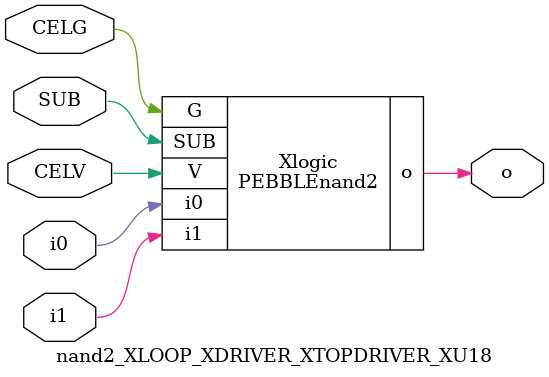
<source format=v>



module PEBBLEnand2 ( o, G, SUB, V, i0, i1 );

  input i0;
  input V;
  input i1;
  input G;
  output o;
  input SUB;
endmodule

//Celera Confidential Do Not Copy nand2_XLOOP_XDRIVER_XTOPDRIVER_XU18
//Celera Confidential Symbol Generator
//5V NAND2
module nand2_XLOOP_XDRIVER_XTOPDRIVER_XU18 (CELV,CELG,i0,i1,o,SUB);
input CELV;
input CELG;
input i0;
input i1;
input SUB;
output o;

//Celera Confidential Do Not Copy nand2
PEBBLEnand2 Xlogic(
.V (CELV),
.i0 (i0),
.i1 (i1),
.o (o),
.SUB (SUB),
.G (CELG)
);
//,diesize,PEBBLEnand2

//Celera Confidential Do Not Copy Module End
//Celera Schematic Generator
endmodule

</source>
